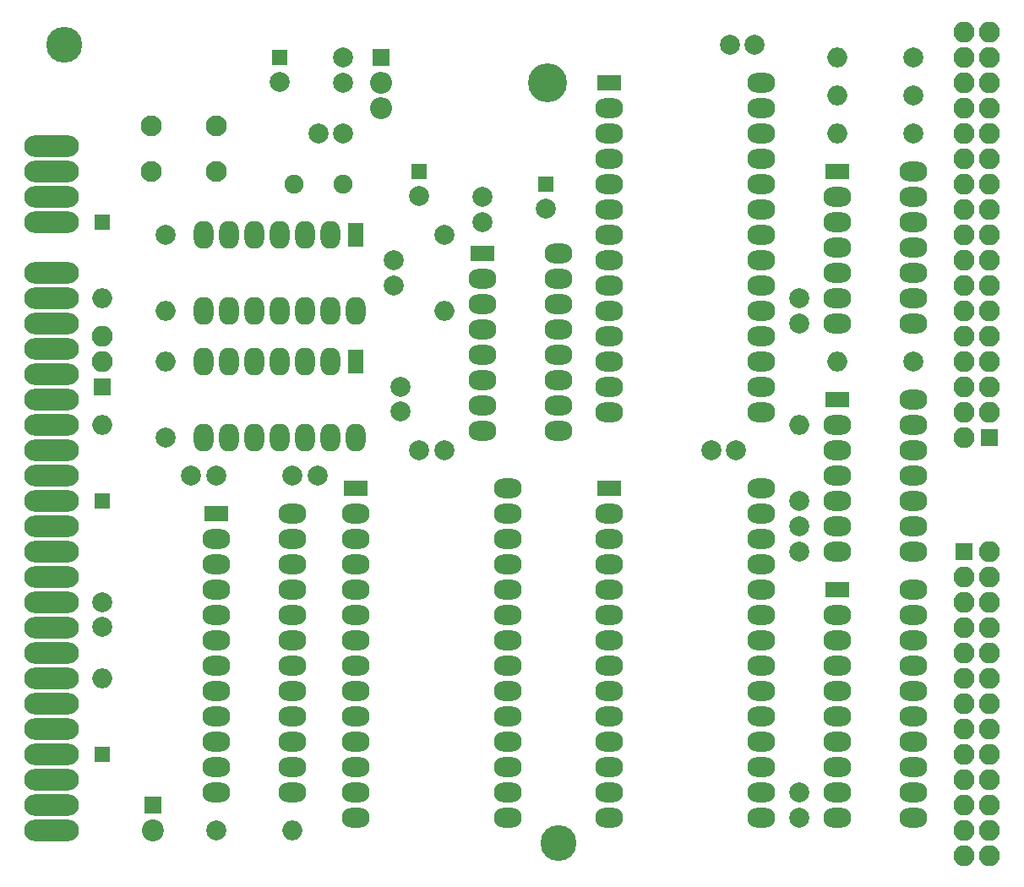
<source format=gbr>
G04 #@! TF.GenerationSoftware,KiCad,Pcbnew,5.0.0-rc2-be01b52~65~ubuntu18.04.1*
G04 #@! TF.CreationDate,2018-06-09T19:25:23+04:00*
G04 #@! TF.ProjectId,plusd,706C7573642E6B696361645F70636200,rev?*
G04 #@! TF.SameCoordinates,Original*
G04 #@! TF.FileFunction,Soldermask,Top*
G04 #@! TF.FilePolarity,Negative*
%FSLAX46Y46*%
G04 Gerber Fmt 4.6, Leading zero omitted, Abs format (unit mm)*
G04 Created by KiCad (PCBNEW 5.0.0-rc2-be01b52~65~ubuntu18.04.1) date Sat Jun  9 19:25:23 2018*
%MOMM*%
%LPD*%
G01*
G04 APERTURE LIST*
%ADD10O,2.200000X2.200000*%
%ADD11R,1.800000X1.800000*%
%ADD12O,3.900000X3.900000*%
%ADD13C,3.600000*%
%ADD14R,1.600000X1.600000*%
%ADD15C,2.000000*%
%ADD16C,2.200000*%
%ADD17R,1.700000X1.700000*%
%ADD18O,2.100000X2.100000*%
%ADD19O,5.480000X2.178000*%
%ADD20O,2.000000X2.000000*%
%ADD21C,2.100000*%
%ADD22R,2.400000X1.600000*%
%ADD23O,2.800000X2.000000*%
%ADD24O,2.000000X2.800000*%
%ADD25R,1.600000X2.400000*%
%ADD26C,1.900000*%
G04 APERTURE END LIST*
D10*
G04 #@! TO.C,U12*
X71120000Y-46990000D03*
X71120000Y-44450000D03*
D11*
X71120000Y-41910000D03*
D12*
X87780000Y-44450000D03*
G04 #@! TD*
D13*
G04 #@! TO.C,H2*
X39370000Y-40640000D03*
G04 #@! TD*
D14*
G04 #@! TO.C,C1*
X60960000Y-41910000D03*
D15*
X60960000Y-44410000D03*
G04 #@! TD*
G04 #@! TO.C,C2*
X64810000Y-49530000D03*
X67310000Y-49530000D03*
G04 #@! TD*
G04 #@! TO.C,C3*
X43180000Y-96520000D03*
X43180000Y-99020000D03*
G04 #@! TD*
G04 #@! TO.C,C4*
X64730000Y-83820000D03*
X62230000Y-83820000D03*
G04 #@! TD*
G04 #@! TO.C,C5*
X67310000Y-44450000D03*
X67310000Y-41950000D03*
G04 #@! TD*
D14*
G04 #@! TO.C,C6*
X74930000Y-53340000D03*
D15*
X74930000Y-55840000D03*
G04 #@! TD*
G04 #@! TO.C,C7*
X87630000Y-57110000D03*
D14*
X87630000Y-54610000D03*
G04 #@! TD*
D15*
G04 #@! TO.C,C8*
X52070000Y-83820000D03*
X54570000Y-83820000D03*
G04 #@! TD*
G04 #@! TO.C,C9*
X73025000Y-74930000D03*
X73025000Y-77430000D03*
G04 #@! TD*
G04 #@! TO.C,C10*
X72390000Y-62270000D03*
X72390000Y-64770000D03*
G04 #@! TD*
G04 #@! TO.C,C11*
X77430000Y-81280000D03*
X74930000Y-81280000D03*
G04 #@! TD*
G04 #@! TO.C,C12*
X81280000Y-55920000D03*
X81280000Y-58420000D03*
G04 #@! TD*
G04 #@! TO.C,C13*
X104180000Y-81280000D03*
X106680000Y-81280000D03*
G04 #@! TD*
G04 #@! TO.C,C14*
X108545000Y-40640000D03*
X106045000Y-40640000D03*
G04 #@! TD*
G04 #@! TO.C,C15*
X113030000Y-118110000D03*
X113030000Y-115610000D03*
G04 #@! TD*
G04 #@! TO.C,C16*
X113030000Y-88940000D03*
X113030000Y-91440000D03*
G04 #@! TD*
G04 #@! TO.C,C17*
X113030000Y-68580000D03*
X113030000Y-66080000D03*
G04 #@! TD*
D11*
G04 #@! TO.C,D2*
X48260000Y-116840000D03*
D16*
X48260000Y-119380000D03*
G04 #@! TD*
D17*
G04 #@! TO.C,J1*
X132080000Y-80010000D03*
D18*
X129540000Y-80010000D03*
X132080000Y-77470000D03*
X129540000Y-77470000D03*
X132080000Y-74930000D03*
X129540000Y-74930000D03*
X132080000Y-72390000D03*
X129540000Y-72390000D03*
X132080000Y-69850000D03*
X129540000Y-69850000D03*
X132080000Y-67310000D03*
X129540000Y-67310000D03*
X132080000Y-64770000D03*
X129540000Y-64770000D03*
X132080000Y-62230000D03*
X129540000Y-62230000D03*
X132080000Y-59690000D03*
X129540000Y-59690000D03*
X132080000Y-57150000D03*
X129540000Y-57150000D03*
X132080000Y-54610000D03*
X129540000Y-54610000D03*
X132080000Y-52070000D03*
X129540000Y-52070000D03*
X132080000Y-49530000D03*
X129540000Y-49530000D03*
X132080000Y-46990000D03*
X129540000Y-46990000D03*
X132080000Y-44450000D03*
X129540000Y-44450000D03*
X132080000Y-41910000D03*
X129540000Y-41910000D03*
X132080000Y-39370000D03*
X129540000Y-39370000D03*
G04 #@! TD*
D19*
G04 #@! TO.C,J2*
X38100000Y-119380000D03*
X38100000Y-116840000D03*
X38100000Y-114300000D03*
X38100000Y-111760000D03*
X38100000Y-109220000D03*
X38100000Y-106680000D03*
X38100000Y-104140000D03*
X38100000Y-101600000D03*
X38100000Y-99060000D03*
X38100000Y-96520000D03*
X38100000Y-93980000D03*
X38100000Y-91440000D03*
X38100000Y-88900000D03*
X38100000Y-86360000D03*
X38100000Y-83820000D03*
X38100000Y-81280000D03*
X38100000Y-78740000D03*
X38100000Y-76200000D03*
X38100000Y-73660000D03*
X38100000Y-71120000D03*
X38100000Y-68580000D03*
X38100000Y-66040000D03*
X38100000Y-63500000D03*
X38100000Y-58420000D03*
X38100000Y-55880000D03*
X38100000Y-53340000D03*
X38100000Y-50800000D03*
G04 #@! TD*
D17*
G04 #@! TO.C,J3*
X129540000Y-91440000D03*
D18*
X132080000Y-91440000D03*
X129540000Y-93980000D03*
X132080000Y-93980000D03*
X129540000Y-96520000D03*
X132080000Y-96520000D03*
X129540000Y-99060000D03*
X132080000Y-99060000D03*
X129540000Y-101600000D03*
X132080000Y-101600000D03*
X129540000Y-104140000D03*
X132080000Y-104140000D03*
X129540000Y-106680000D03*
X132080000Y-106680000D03*
X129540000Y-109220000D03*
X132080000Y-109220000D03*
X129540000Y-111760000D03*
X132080000Y-111760000D03*
X129540000Y-114300000D03*
X132080000Y-114300000D03*
X129540000Y-116840000D03*
X132080000Y-116840000D03*
X129540000Y-119380000D03*
X132080000Y-119380000D03*
X129540000Y-121920000D03*
X132080000Y-121920000D03*
G04 #@! TD*
D17*
G04 #@! TO.C,J4*
X43180000Y-74930000D03*
D18*
X43180000Y-72390000D03*
X43180000Y-69850000D03*
G04 #@! TD*
D15*
G04 #@! TO.C,R1*
X124460000Y-72390000D03*
D20*
X116840000Y-72390000D03*
G04 #@! TD*
G04 #@! TO.C,R2*
X116840000Y-49530000D03*
D15*
X124460000Y-49530000D03*
G04 #@! TD*
G04 #@! TO.C,R3*
X124460000Y-45720000D03*
D20*
X116840000Y-45720000D03*
G04 #@! TD*
G04 #@! TO.C,R4*
X116840000Y-41910000D03*
D15*
X124460000Y-41910000D03*
G04 #@! TD*
D20*
G04 #@! TO.C,R5*
X77470000Y-67310000D03*
D15*
X77470000Y-59690000D03*
G04 #@! TD*
G04 #@! TO.C,R6*
X49530000Y-59690000D03*
D20*
X49530000Y-67310000D03*
G04 #@! TD*
D15*
G04 #@! TO.C,R7*
X54610000Y-119380000D03*
D20*
X62230000Y-119380000D03*
G04 #@! TD*
G04 #@! TO.C,R8*
X49530000Y-72390000D03*
D15*
X49530000Y-80010000D03*
G04 #@! TD*
G04 #@! TO.C,R9*
X113030000Y-86360000D03*
D20*
X113030000Y-78740000D03*
G04 #@! TD*
D21*
G04 #@! TO.C,SW1*
X48110000Y-48840000D03*
X54610000Y-48840000D03*
X48110000Y-53340000D03*
X54610000Y-53340000D03*
G04 #@! TD*
D22*
G04 #@! TO.C,U1*
X116840000Y-53340000D03*
D23*
X124460000Y-68580000D03*
X116840000Y-55880000D03*
X124460000Y-66040000D03*
X116840000Y-58420000D03*
X124460000Y-63500000D03*
X116840000Y-60960000D03*
X124460000Y-60960000D03*
X116840000Y-63500000D03*
X124460000Y-58420000D03*
X116840000Y-66040000D03*
X124460000Y-55880000D03*
X116840000Y-68580000D03*
X124460000Y-53340000D03*
G04 #@! TD*
G04 #@! TO.C,U2*
X109220000Y-85090000D03*
X93980000Y-118110000D03*
X109220000Y-87630000D03*
X93980000Y-115570000D03*
X109220000Y-90170000D03*
X93980000Y-113030000D03*
X109220000Y-92710000D03*
X93980000Y-110490000D03*
X109220000Y-95250000D03*
X93980000Y-107950000D03*
X109220000Y-97790000D03*
X93980000Y-105410000D03*
X109220000Y-100330000D03*
X93980000Y-102870000D03*
X109220000Y-102870000D03*
X93980000Y-100330000D03*
X109220000Y-105410000D03*
X93980000Y-97790000D03*
X109220000Y-107950000D03*
X93980000Y-95250000D03*
X109220000Y-110490000D03*
X93980000Y-92710000D03*
X109220000Y-113030000D03*
X93980000Y-90170000D03*
X109220000Y-115570000D03*
X93980000Y-87630000D03*
X109220000Y-118110000D03*
D22*
X93980000Y-85090000D03*
G04 #@! TD*
G04 #@! TO.C,U3*
X93980000Y-44450000D03*
D23*
X109220000Y-77470000D03*
X93980000Y-46990000D03*
X109220000Y-74930000D03*
X93980000Y-49530000D03*
X109220000Y-72390000D03*
X93980000Y-52070000D03*
X109220000Y-69850000D03*
X93980000Y-54610000D03*
X109220000Y-67310000D03*
X93980000Y-57150000D03*
X109220000Y-64770000D03*
X93980000Y-59690000D03*
X109220000Y-62230000D03*
X93980000Y-62230000D03*
X109220000Y-59690000D03*
X93980000Y-64770000D03*
X109220000Y-57150000D03*
X93980000Y-67310000D03*
X109220000Y-54610000D03*
X93980000Y-69850000D03*
X109220000Y-52070000D03*
X93980000Y-72390000D03*
X109220000Y-49530000D03*
X93980000Y-74930000D03*
X109220000Y-46990000D03*
X93980000Y-77470000D03*
X109220000Y-44450000D03*
G04 #@! TD*
D24*
G04 #@! TO.C,U4*
X68580000Y-67310000D03*
X53340000Y-59690000D03*
X66040000Y-67310000D03*
X55880000Y-59690000D03*
X63500000Y-67310000D03*
X58420000Y-59690000D03*
X60960000Y-67310000D03*
X60960000Y-59690000D03*
X58420000Y-67310000D03*
X63500000Y-59690000D03*
X55880000Y-67310000D03*
X66040000Y-59690000D03*
X53340000Y-67310000D03*
D25*
X68580000Y-59690000D03*
G04 #@! TD*
D22*
G04 #@! TO.C,U5*
X116840000Y-76200000D03*
D23*
X124460000Y-91440000D03*
X116840000Y-78740000D03*
X124460000Y-88900000D03*
X116840000Y-81280000D03*
X124460000Y-86360000D03*
X116840000Y-83820000D03*
X124460000Y-83820000D03*
X116840000Y-86360000D03*
X124460000Y-81280000D03*
X116840000Y-88900000D03*
X124460000Y-78740000D03*
X116840000Y-91440000D03*
X124460000Y-76200000D03*
G04 #@! TD*
D22*
G04 #@! TO.C,U6*
X81280000Y-61595000D03*
D23*
X88900000Y-79375000D03*
X81280000Y-64135000D03*
X88900000Y-76835000D03*
X81280000Y-66675000D03*
X88900000Y-74295000D03*
X81280000Y-69215000D03*
X88900000Y-71755000D03*
X81280000Y-71755000D03*
X88900000Y-69215000D03*
X81280000Y-74295000D03*
X88900000Y-66675000D03*
X81280000Y-76835000D03*
X88900000Y-64135000D03*
X81280000Y-79375000D03*
X88900000Y-61595000D03*
G04 #@! TD*
D22*
G04 #@! TO.C,U7*
X68580000Y-85090000D03*
D23*
X83820000Y-118110000D03*
X68580000Y-87630000D03*
X83820000Y-115570000D03*
X68580000Y-90170000D03*
X83820000Y-113030000D03*
X68580000Y-92710000D03*
X83820000Y-110490000D03*
X68580000Y-95250000D03*
X83820000Y-107950000D03*
X68580000Y-97790000D03*
X83820000Y-105410000D03*
X68580000Y-100330000D03*
X83820000Y-102870000D03*
X68580000Y-102870000D03*
X83820000Y-100330000D03*
X68580000Y-105410000D03*
X83820000Y-97790000D03*
X68580000Y-107950000D03*
X83820000Y-95250000D03*
X68580000Y-110490000D03*
X83820000Y-92710000D03*
X68580000Y-113030000D03*
X83820000Y-90170000D03*
X68580000Y-115570000D03*
X83820000Y-87630000D03*
X68580000Y-118110000D03*
X83820000Y-85090000D03*
G04 #@! TD*
D22*
G04 #@! TO.C,U8*
X54610000Y-87630000D03*
D23*
X62230000Y-115570000D03*
X54610000Y-90170000D03*
X62230000Y-113030000D03*
X54610000Y-92710000D03*
X62230000Y-110490000D03*
X54610000Y-95250000D03*
X62230000Y-107950000D03*
X54610000Y-97790000D03*
X62230000Y-105410000D03*
X54610000Y-100330000D03*
X62230000Y-102870000D03*
X54610000Y-102870000D03*
X62230000Y-100330000D03*
X54610000Y-105410000D03*
X62230000Y-97790000D03*
X54610000Y-107950000D03*
X62230000Y-95250000D03*
X54610000Y-110490000D03*
X62230000Y-92710000D03*
X54610000Y-113030000D03*
X62230000Y-90170000D03*
X54610000Y-115570000D03*
X62230000Y-87630000D03*
G04 #@! TD*
D22*
G04 #@! TO.C,U9*
X116840000Y-95250000D03*
D23*
X124460000Y-118110000D03*
X116840000Y-97790000D03*
X124460000Y-115570000D03*
X116840000Y-100330000D03*
X124460000Y-113030000D03*
X116840000Y-102870000D03*
X124460000Y-110490000D03*
X116840000Y-105410000D03*
X124460000Y-107950000D03*
X116840000Y-107950000D03*
X124460000Y-105410000D03*
X116840000Y-110490000D03*
X124460000Y-102870000D03*
X116840000Y-113030000D03*
X124460000Y-100330000D03*
X116840000Y-115570000D03*
X124460000Y-97790000D03*
X116840000Y-118110000D03*
X124460000Y-95250000D03*
G04 #@! TD*
D24*
G04 #@! TO.C,U10*
X68580000Y-80010000D03*
X53340000Y-72390000D03*
X66040000Y-80010000D03*
X55880000Y-72390000D03*
X63500000Y-80010000D03*
X58420000Y-72390000D03*
X60960000Y-80010000D03*
X60960000Y-72390000D03*
X58420000Y-80010000D03*
X63500000Y-72390000D03*
X55880000Y-80010000D03*
X66040000Y-72390000D03*
X53340000Y-80010000D03*
D25*
X68580000Y-72390000D03*
G04 #@! TD*
D26*
G04 #@! TO.C,Y1*
X67310000Y-54610000D03*
X62410000Y-54610000D03*
G04 #@! TD*
D14*
G04 #@! TO.C,D1*
X43180000Y-58420000D03*
D20*
X43180000Y-66040000D03*
G04 #@! TD*
D14*
G04 #@! TO.C,D3*
X43180000Y-86360000D03*
D20*
X43180000Y-78740000D03*
G04 #@! TD*
G04 #@! TO.C,D4*
X43180000Y-104140000D03*
D14*
X43180000Y-111760000D03*
G04 #@! TD*
D13*
G04 #@! TO.C,H1*
X88900000Y-120650000D03*
G04 #@! TD*
M02*

</source>
